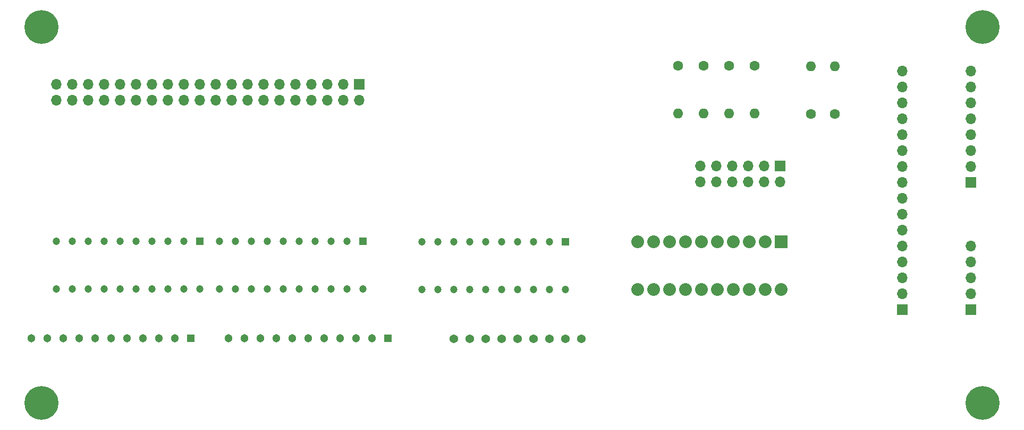
<source format=gbr>
%TF.GenerationSoftware,KiCad,Pcbnew,8.0.6*%
%TF.CreationDate,2024-12-15T17:57:45+01:00*%
%TF.ProjectId,debugboard,64656275-6762-46f6-9172-642e6b696361,rev?*%
%TF.SameCoordinates,Original*%
%TF.FileFunction,Soldermask,Bot*%
%TF.FilePolarity,Negative*%
%FSLAX46Y46*%
G04 Gerber Fmt 4.6, Leading zero omitted, Abs format (unit mm)*
G04 Created by KiCad (PCBNEW 8.0.6) date 2024-12-15 17:57:45*
%MOMM*%
%LPD*%
G01*
G04 APERTURE LIST*
%ADD10C,3.100000*%
%ADD11C,5.400000*%
%ADD12R,1.303000X1.303000*%
%ADD13C,1.303000*%
%ADD14C,1.365000*%
%ADD15R,1.700000X1.700000*%
%ADD16O,1.700000X1.700000*%
%ADD17R,1.200000X1.200000*%
%ADD18C,1.200000*%
%ADD19C,1.600000*%
%ADD20O,1.600000X1.600000*%
%ADD21R,2.032000X2.032000*%
%ADD22C,2.032000*%
G04 APERTURE END LIST*
D10*
%TO.C,hole1*%
X193900000Y-41000000D03*
D11*
X193900000Y-41000000D03*
%TD*%
D10*
%TO.C,hole1*%
X43900000Y-41000000D03*
D11*
X43900000Y-41000000D03*
%TD*%
D10*
%TO.C,hole1*%
X43900000Y-101000000D03*
D11*
X43900000Y-101000000D03*
%TD*%
D10*
%TO.C,hole1*%
X193900000Y-101000000D03*
D11*
X193900000Y-101000000D03*
%TD*%
D12*
%TO.C,RN3*%
X67720000Y-90700000D03*
D13*
X65180000Y-90700000D03*
X62640000Y-90700000D03*
X60100000Y-90700000D03*
X57560000Y-90700000D03*
X55020000Y-90700000D03*
X52480000Y-90700000D03*
X49940000Y-90700000D03*
X47400000Y-90700000D03*
X44860000Y-90700000D03*
X42320000Y-90700000D03*
%TD*%
D12*
%TO.C,RN2*%
X99100000Y-90700000D03*
D13*
X96560000Y-90700000D03*
X94020000Y-90700000D03*
X91480000Y-90700000D03*
X88940000Y-90700000D03*
X86400000Y-90700000D03*
X83860000Y-90700000D03*
X81320000Y-90700000D03*
X78780000Y-90700000D03*
X76240000Y-90700000D03*
X73700000Y-90700000D03*
%TD*%
D14*
%TO.C,RN1*%
X129980000Y-90800000D03*
X127440000Y-90800000D03*
X124900000Y-90800000D03*
X122360000Y-90800000D03*
X119820000Y-90800000D03*
X117280000Y-90800000D03*
X114740000Y-90800000D03*
X112200000Y-90800000D03*
X109660000Y-90800000D03*
%TD*%
D15*
%TO.C,J4*%
X192000000Y-86120000D03*
D16*
X192000000Y-83580000D03*
X192000000Y-81040000D03*
X192000000Y-78500000D03*
X192000000Y-75960000D03*
%TD*%
D17*
%TO.C,DS3*%
X69130000Y-75190000D03*
D18*
X66590000Y-75190000D03*
X64050000Y-75190000D03*
X61510000Y-75190000D03*
X58970000Y-75190000D03*
X56430000Y-75190000D03*
X53890000Y-75190000D03*
X51350000Y-75190000D03*
X48810000Y-75190000D03*
X46270000Y-75190000D03*
X46270000Y-82810000D03*
X48810000Y-82810000D03*
X51350000Y-82810000D03*
X53890000Y-82810000D03*
X56430000Y-82810000D03*
X58970000Y-82810000D03*
X61510000Y-82810000D03*
X64050000Y-82810000D03*
X66590000Y-82810000D03*
X69130000Y-82810000D03*
%TD*%
D17*
%TO.C,DS2*%
X95180000Y-75200000D03*
D18*
X92640000Y-75200000D03*
X90100000Y-75200000D03*
X87560000Y-75200000D03*
X85020000Y-75200000D03*
X82480000Y-75200000D03*
X79940000Y-75200000D03*
X77400000Y-75200000D03*
X74860000Y-75200000D03*
X72320000Y-75200000D03*
X72320000Y-82820000D03*
X74860000Y-82820000D03*
X77400000Y-82820000D03*
X79940000Y-82820000D03*
X82480000Y-82820000D03*
X85020000Y-82820000D03*
X87560000Y-82820000D03*
X90100000Y-82820000D03*
X92640000Y-82820000D03*
X95180000Y-82820000D03*
%TD*%
D17*
%TO.C,DS1*%
X127430000Y-75290000D03*
D18*
X124890000Y-75290000D03*
X122350000Y-75290000D03*
X119810000Y-75290000D03*
X117270000Y-75290000D03*
X114730000Y-75290000D03*
X112190000Y-75290000D03*
X109650000Y-75290000D03*
X107110000Y-75290000D03*
X104570000Y-75290000D03*
X104570000Y-82910000D03*
X107110000Y-82910000D03*
X109650000Y-82910000D03*
X112190000Y-82910000D03*
X114730000Y-82910000D03*
X117270000Y-82910000D03*
X119810000Y-82910000D03*
X122350000Y-82910000D03*
X124890000Y-82910000D03*
X127430000Y-82910000D03*
%TD*%
D16*
%TO.C,J5*%
X148897500Y-65722500D03*
X148897500Y-63182500D03*
X151437500Y-65722500D03*
X151437500Y-63182500D03*
X153977500Y-65722500D03*
X153977500Y-63182500D03*
X156517500Y-65722500D03*
X156517500Y-63182500D03*
X159057500Y-65722500D03*
X159057500Y-63182500D03*
X161597500Y-65722500D03*
D15*
X161597500Y-63182500D03*
%TD*%
D19*
%TO.C,R6*%
X145367500Y-47172500D03*
D20*
X145367500Y-54792500D03*
%TD*%
D19*
%TO.C,R5*%
X149417500Y-47172500D03*
D20*
X149417500Y-54792500D03*
%TD*%
D19*
%TO.C,R4*%
X153467500Y-47172500D03*
D20*
X153467500Y-54792500D03*
%TD*%
D19*
%TO.C,R3*%
X157517500Y-47172500D03*
D20*
X157517500Y-54792500D03*
%TD*%
%TO.C,R2*%
X166517500Y-47272500D03*
D19*
X166517500Y-54892500D03*
%TD*%
D20*
%TO.C,R1*%
X170317500Y-47272500D03*
D19*
X170317500Y-54892500D03*
%TD*%
D21*
%TO.C,BAR1*%
X161740000Y-75280000D03*
D22*
X159200000Y-75280000D03*
X156660000Y-75280000D03*
X154120000Y-75280000D03*
X151580000Y-75280000D03*
X149040000Y-75280000D03*
X146500000Y-75280000D03*
X143960000Y-75280000D03*
X141420000Y-75280000D03*
X138880000Y-75280000D03*
X138880000Y-82900000D03*
X141420000Y-82900000D03*
X143960000Y-82900000D03*
X146500000Y-82900000D03*
X149040000Y-82900000D03*
X151580000Y-82900000D03*
X154120000Y-82900000D03*
X156660000Y-82900000D03*
X159200000Y-82900000D03*
X161740000Y-82900000D03*
%TD*%
D16*
%TO.C,J3*%
X192000000Y-48040000D03*
X192000000Y-50580000D03*
X192000000Y-53120000D03*
X192000000Y-55660000D03*
X192000000Y-58200000D03*
X192000000Y-60740000D03*
X192000000Y-63280000D03*
D15*
X192000000Y-65820000D03*
%TD*%
%TO.C,J2*%
X181100000Y-86120000D03*
D16*
X181100000Y-83580000D03*
X181100000Y-81040000D03*
X181100000Y-78500000D03*
X181100000Y-75960000D03*
X181100000Y-73420000D03*
X181100000Y-70880000D03*
X181100000Y-68340000D03*
X181100000Y-65800000D03*
X181100000Y-63260000D03*
X181100000Y-60720000D03*
X181100000Y-58180000D03*
X181100000Y-55640000D03*
X181100000Y-53100000D03*
X181100000Y-50560000D03*
X181100000Y-48020000D03*
%TD*%
D15*
%TO.C,J1*%
X94540000Y-50100000D03*
D16*
X94540000Y-52640000D03*
X92000000Y-50100000D03*
X92000000Y-52640000D03*
X89460000Y-50100000D03*
X89460000Y-52640000D03*
X86920000Y-50100000D03*
X86920000Y-52640000D03*
X84380000Y-50100000D03*
X84380000Y-52640000D03*
X81840000Y-50100000D03*
X81840000Y-52640000D03*
X79300000Y-50100000D03*
X79300000Y-52640000D03*
X76760000Y-50100000D03*
X76760000Y-52640000D03*
X74220000Y-50100000D03*
X74220000Y-52640000D03*
X71680000Y-50100000D03*
X71680000Y-52640000D03*
X69140000Y-50100000D03*
X69140000Y-52640000D03*
X66600000Y-50100000D03*
X66600000Y-52640000D03*
X64060000Y-50100000D03*
X64060000Y-52640000D03*
X61520000Y-50100000D03*
X61520000Y-52640000D03*
X58980000Y-50100000D03*
X58980000Y-52640000D03*
X56440000Y-50100000D03*
X56440000Y-52640000D03*
X53900000Y-50100000D03*
X53900000Y-52640000D03*
X51360000Y-50100000D03*
X51360000Y-52640000D03*
X48820000Y-50100000D03*
X48820000Y-52640000D03*
X46280000Y-50100000D03*
X46280000Y-52640000D03*
%TD*%
M02*

</source>
